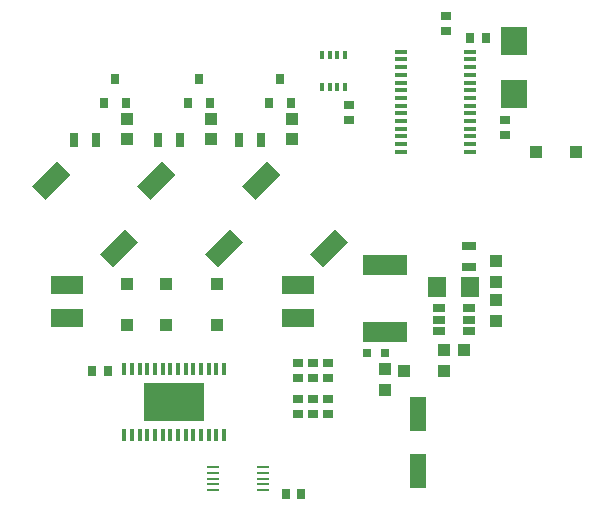
<source format=gtp>
G75*
G70*
%OFA0B0*%
%FSLAX24Y24*%
%IPPOS*%
%LPD*%
%AMOC8*
5,1,8,0,0,1.08239X$1,22.5*
%
%ADD10R,0.0394X0.0433*%
%ADD11R,0.0433X0.0433*%
%ADD12R,0.0315X0.0472*%
%ADD13R,0.1181X0.0630*%
%ADD14R,0.0354X0.0276*%
%ADD15R,0.0276X0.0354*%
%ADD16R,0.1063X0.0630*%
%ADD17R,0.0551X0.1181*%
%ADD18R,0.0138X0.0413*%
%ADD19R,0.2047X0.1260*%
%ADD20R,0.0315X0.0354*%
%ADD21R,0.0394X0.0272*%
%ADD22R,0.0433X0.0394*%
%ADD23R,0.1496X0.0669*%
%ADD24R,0.0630X0.0709*%
%ADD25R,0.0315X0.0315*%
%ADD26R,0.0472X0.0315*%
%ADD27R,0.0394X0.0098*%
%ADD28R,0.0165X0.0315*%
%ADD29R,0.0390X0.0120*%
%ADD30R,0.0500X0.0250*%
%ADD31R,0.0900X0.0960*%
D10*
X011262Y017109D03*
X011262Y017778D03*
X014060Y017778D03*
X014060Y017109D03*
X016760Y017109D03*
X016760Y017778D03*
X023560Y013028D03*
X023560Y012359D03*
X023560Y011728D03*
X023560Y011059D03*
X019860Y009428D03*
X019860Y008759D03*
D11*
X020490Y009393D03*
X021829Y009393D03*
X014260Y010924D03*
X014260Y012263D03*
X012560Y012263D03*
X011260Y012263D03*
X011260Y010924D03*
X012560Y010924D03*
X024890Y016693D03*
X026229Y016693D03*
D12*
X015714Y017093D03*
X015005Y017093D03*
X013014Y017093D03*
X012305Y017093D03*
X010214Y017093D03*
X009505Y017093D03*
D13*
G36*
X009371Y015915D02*
X008538Y015082D01*
X008093Y015527D01*
X008926Y016360D01*
X009371Y015915D01*
G37*
G36*
X011626Y013660D02*
X010793Y012827D01*
X010348Y013272D01*
X011181Y014105D01*
X011626Y013660D01*
G37*
G36*
X012871Y015915D02*
X012038Y015082D01*
X011593Y015527D01*
X012426Y016360D01*
X012871Y015915D01*
G37*
G36*
X015126Y013660D02*
X014293Y012827D01*
X013848Y013272D01*
X014681Y014105D01*
X015126Y013660D01*
G37*
G36*
X016371Y015915D02*
X015538Y015082D01*
X015093Y015527D01*
X015926Y016360D01*
X016371Y015915D01*
G37*
G36*
X018626Y013660D02*
X017793Y012827D01*
X017348Y013272D01*
X018181Y014105D01*
X018626Y013660D01*
G37*
D14*
X017960Y009649D03*
X017960Y009137D03*
X017460Y009137D03*
X016960Y009137D03*
X016960Y009649D03*
X017460Y009649D03*
X017460Y008449D03*
X016960Y008449D03*
X016960Y007937D03*
X017460Y007937D03*
X017960Y007937D03*
X017960Y008449D03*
X023860Y017237D03*
X023860Y017749D03*
X021900Y020697D03*
X021900Y021209D03*
X018660Y018249D03*
X018660Y017737D03*
D15*
X010104Y009393D03*
X010615Y009393D03*
X016554Y005293D03*
X017065Y005293D03*
X022704Y020493D03*
X023215Y020493D03*
D16*
X016960Y012244D03*
X016960Y011142D03*
X009260Y011142D03*
X009260Y012244D03*
D17*
X020960Y007938D03*
X020960Y006048D03*
D18*
X014496Y007253D03*
X014240Y007253D03*
X013984Y007253D03*
X013728Y007253D03*
X013472Y007253D03*
X013216Y007253D03*
X012960Y007253D03*
X012704Y007253D03*
X012449Y007253D03*
X012193Y007253D03*
X011937Y007253D03*
X011681Y007253D03*
X011425Y007253D03*
X011169Y007253D03*
X011169Y009438D03*
X011425Y009438D03*
X011681Y009438D03*
X011937Y009438D03*
X012193Y009438D03*
X012449Y009438D03*
X012704Y009438D03*
X012960Y009438D03*
X013216Y009438D03*
X013472Y009438D03*
X013728Y009438D03*
X013984Y009438D03*
X014240Y009438D03*
X014496Y009438D03*
D19*
X012832Y008346D03*
D20*
X013285Y018300D03*
X014034Y018300D03*
X013660Y019126D03*
X015985Y018300D03*
X016734Y018300D03*
X016360Y019126D03*
X011234Y018300D03*
X010485Y018300D03*
X010860Y019126D03*
D21*
X021648Y011467D03*
X021648Y011093D03*
X021648Y010719D03*
X022671Y010719D03*
X022671Y011093D03*
X022671Y011467D03*
D22*
X022494Y010093D03*
X021825Y010093D03*
D23*
X019860Y010667D03*
X019860Y012911D03*
D24*
X021608Y012193D03*
X022711Y012193D03*
D25*
X019855Y009993D03*
X019264Y009993D03*
D26*
X022660Y012839D03*
X022660Y013548D03*
D27*
X015791Y006187D03*
X015791Y005990D03*
X015791Y005793D03*
X015791Y005596D03*
X015791Y005400D03*
X014128Y005400D03*
X014128Y005596D03*
X014128Y005793D03*
X014128Y005990D03*
X014128Y006187D03*
D28*
X017766Y018841D03*
X018022Y018841D03*
X018278Y018841D03*
X018534Y018841D03*
X018534Y019904D03*
X018278Y019904D03*
X018022Y019904D03*
X017766Y019904D03*
D29*
X020411Y020017D03*
X020411Y019761D03*
X020411Y019505D03*
X020411Y019249D03*
X020411Y018993D03*
X020411Y018737D03*
X020411Y018481D03*
X020411Y018225D03*
X020411Y017969D03*
X020411Y017714D03*
X020411Y017458D03*
X020411Y017202D03*
X020411Y016946D03*
X020411Y016690D03*
X022708Y016690D03*
X022708Y016946D03*
X022708Y017202D03*
X022708Y017458D03*
X022708Y017714D03*
X022708Y017969D03*
X022708Y018225D03*
X022708Y018481D03*
X022708Y018737D03*
X022708Y018993D03*
X022708Y019249D03*
X022708Y019505D03*
X022708Y019761D03*
X022708Y020017D03*
D30*
X024160Y020206D03*
X024160Y020530D03*
X024160Y018780D03*
X024160Y018456D03*
D31*
X024160Y018618D03*
X024160Y020368D03*
M02*

</source>
